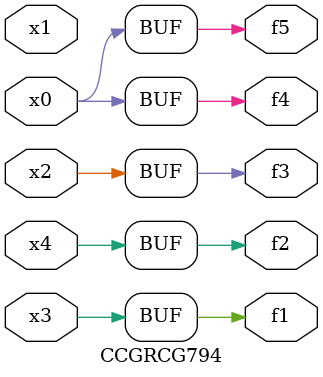
<source format=v>
module CCGRCG794(
	input x0, x1, x2, x3, x4,
	output f1, f2, f3, f4, f5
);
	assign f1 = x3;
	assign f2 = x4;
	assign f3 = x2;
	assign f4 = x0;
	assign f5 = x0;
endmodule

</source>
